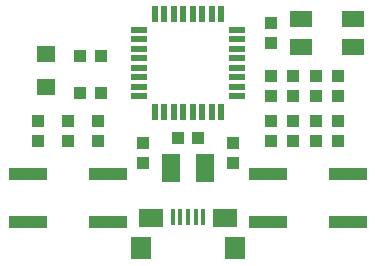
<source format=gbr>
G04 EAGLE Gerber RS-274X export*
G75*
%MOMM*%
%FSLAX34Y34*%
%LPD*%
%INSolderpaste Top*%
%IPPOS*%
%AMOC8*
5,1,8,0,0,1.08239X$1,22.5*%
G01*
%ADD10R,1.800000X1.900000*%
%ADD11R,2.100000X1.600000*%
%ADD12R,0.400000X1.350000*%
%ADD13R,0.508000X1.473200*%
%ADD14R,1.473200X0.508000*%
%ADD15R,1.000000X1.100000*%
%ADD16R,1.100000X1.000000*%
%ADD17R,1.600000X1.400000*%
%ADD18R,3.199891X0.999997*%
%ADD19R,1.600000X2.400000*%
%ADD20R,1.900000X1.400000*%


D10*
X211450Y20850D03*
X131450Y20850D03*
D11*
X140450Y46350D03*
X202450Y46350D03*
D12*
X171450Y47600D03*
X177950Y47600D03*
X184450Y47600D03*
X164950Y47600D03*
X158450Y47600D03*
D13*
X199390Y218948D03*
X191516Y218948D03*
X183388Y218948D03*
X175514Y218948D03*
X167386Y218948D03*
X159512Y218948D03*
X151384Y218948D03*
X143510Y218948D03*
D14*
X130302Y205740D03*
X130302Y197866D03*
X130302Y189738D03*
X130302Y181864D03*
X130302Y173736D03*
X130302Y165862D03*
X130302Y157734D03*
X130302Y149860D03*
D13*
X143510Y136652D03*
X151384Y136652D03*
X159512Y136652D03*
X167386Y136652D03*
X175514Y136652D03*
X183388Y136652D03*
X191516Y136652D03*
X199390Y136652D03*
D14*
X212598Y149860D03*
X212598Y157734D03*
X212598Y165862D03*
X212598Y173736D03*
X212598Y181864D03*
X212598Y189738D03*
X212598Y197866D03*
X212598Y205740D03*
D15*
X69850Y112150D03*
X69850Y129150D03*
X95250Y129150D03*
X95250Y112150D03*
X279400Y112150D03*
X279400Y129150D03*
X298450Y129150D03*
X298450Y112150D03*
X260350Y167250D03*
X260350Y150250D03*
X241300Y112150D03*
X241300Y129150D03*
D16*
X162950Y114300D03*
X179950Y114300D03*
D15*
X44450Y112150D03*
X44450Y129150D03*
X260350Y112150D03*
X260350Y129150D03*
X279400Y167250D03*
X279400Y150250D03*
X298450Y167250D03*
X298450Y150250D03*
D16*
X80400Y152400D03*
X97400Y152400D03*
D15*
X133350Y93100D03*
X133350Y110100D03*
X209550Y93100D03*
X209550Y110100D03*
X241300Y211700D03*
X241300Y194700D03*
D16*
X97400Y184150D03*
X80400Y184150D03*
D15*
X241300Y167250D03*
X241300Y150250D03*
D17*
X50800Y157450D03*
X50800Y185450D03*
D18*
X35850Y83500D03*
X35850Y43500D03*
X103850Y83500D03*
X103850Y43500D03*
X239050Y83500D03*
X239050Y43500D03*
X307050Y83500D03*
X307050Y43500D03*
D19*
X157200Y88900D03*
X185700Y88900D03*
D20*
X266925Y191200D03*
X310925Y191200D03*
X310925Y215200D03*
X266925Y215200D03*
M02*

</source>
